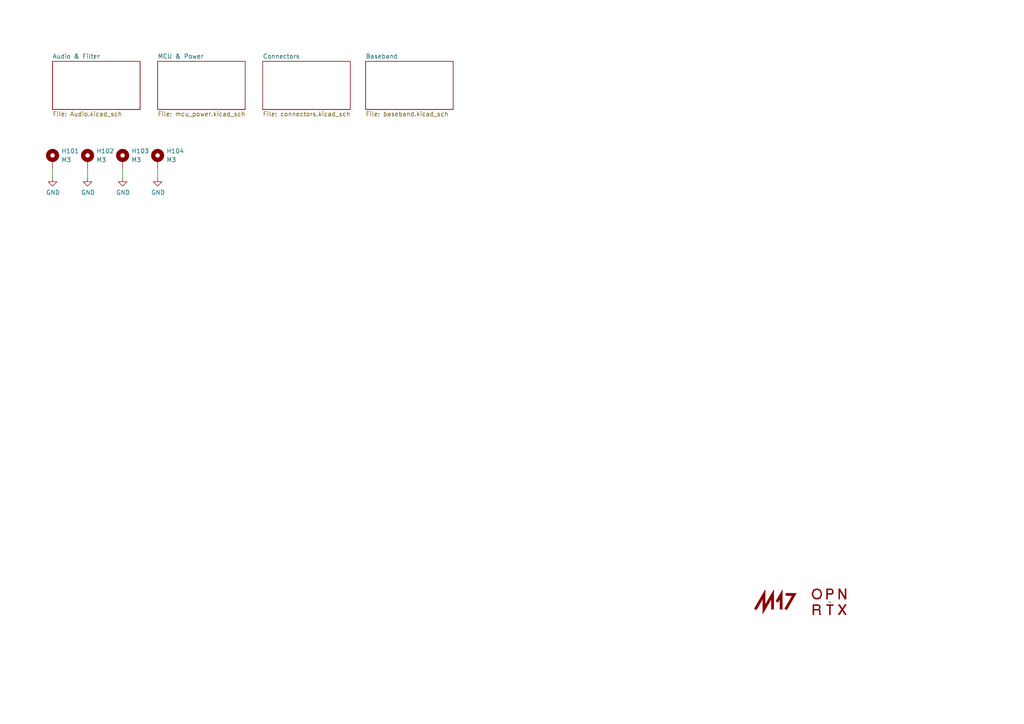
<source format=kicad_sch>
(kicad_sch (version 20230121) (generator eeschema)
  (paper "A4")
  (title_block (title "Module17") (date "2023-12-06") (rev "Rev 0.99") (company "M17Project") (comment 1 "Morgan ON4MOD") (comment 2 "Mathis - DB9MAT") (comment 3 "Wojciech - SP5WWP"))
  (lib_symbols
    (symbol "M17_logos:M17_logo" (in_bom no)
      (symbol "M17_logo_0_0"
        (polyline (pts (xy 2.148 0.4569) (xy 2.148 0.6225) (xy 2.1481 0.8729) (xy 2.1482 1.1182) (xy 2.1485 1.3571) (xy 2.1488 1.5883) (xy 2.1491 1.8106) (xy 2.1495 2.0226) (xy 2.15 2.223) (xy 2.1505 2.4106) (xy 2.1511 2.5841) (xy 2.1517 2.7421) (xy 2.1523 2.8834) (xy 2.153 3.0067) (xy 2.1537 3.1107) (xy 2.1545 3.1941) (xy 2.1552 3.2557) (xy 2.156 3.294) (xy 2.1565 3.309) (xy 2.1583 3.3924) (xy 2.1589 3.4618) (xy 2.1582 3.5146) (xy 2.1562 3.5482) (xy 2.1529 3.56) (xy 2.1524 3.5598) (xy 2.1422 3.5469) (xy 2.1218 3.5159) (xy 2.0928 3.4693) (xy 2.057 3.4099) (xy 2.016 3.3403) (xy 1.9713 3.2634) (xy 1.9496 3.2256) (xy 1.9124 3.1611) (xy 1.8648 3.0783) (xy 1.8077 2.9791) (xy 1.7419 2.8649) (xy 1.6685 2.7375) (xy 1.5884 2.5984) (xy 1.5026 2.4494) (xy 1.412 2.2921) (xy 1.3175 2.1281) (xy 1.2201 1.9591) (xy 1.1208 1.7868) (xy 1.0205 1.6127) (xy 1.008 1.591) (xy 0.9118 1.4239) (xy 0.8191 1.2629) (xy 0.7307 1.1091) (xy 0.6473 0.9638) (xy 0.5696 0.8283) (xy 0.4983 0.7039) (xy 0.4342 0.5918) (xy 0.3779 0.4933) (xy 0.3303 0.4096) (xy 0.2919 0.3421) (xy 0.2637 0.292) (xy 0.2462 0.2605) (xy 0.2402 0.2489) (xy 0.2463 0.2437) (xy 0.2707 0.2277) (xy 0.3105 0.203) (xy 0.3626 0.1715) (xy 0.4237 0.135) (xy 0.4905 0.0955) (xy 0.5598 0.0548) (xy 0.6284 0.015) (xy 0.693 -0.0222) (xy 0.7504 -0.0548) (xy 0.7974 -0.081) (xy 0.8306 -0.0988) (xy 0.8468 -0.1063) (xy 0.8537 -0.0993) (xy 0.8718 -0.0732) (xy 0.8997 -0.0296) (xy 0.9361 0.0292) (xy 0.9796 0.1012) (xy 1.029 0.1844) (xy 1.0831 0.2766) (xy 1.1406 0.3758) (xy 1.4203 0.8615) (xy 1.4234 -0.6264) (xy 1.4265 -2.1143) (xy 1.7872 -2.1143) (xy 2.1479 -2.1143) (xy 2.148 0.4569)) (stroke (width 0.01)) (fill (type outline)))
        (polyline (pts (xy 3.399 -2.2808) (xy 3.4099 -2.2631) (xy 3.4323 -2.2255) (xy 3.4655 -2.169) (xy 3.5092 -2.0944) (xy 3.5626 -2.0028) (xy 3.6253 -1.8951) (xy 3.6968 -1.7722) (xy 3.7764 -1.6351) (xy 3.8636 -1.4848) (xy 3.9578 -1.3221) (xy 4.0586 -1.1481) (xy 4.1653 -0.9638) (xy 4.2774 -0.7699) (xy 4.3944 -0.5676) (xy 4.5157 -0.3577) (xy 4.6407 -0.1413) (xy 4.7689 0.0808) (xy 4.8066 0.1461) (xy 4.9344 0.3677) (xy 5.0592 0.5839) (xy 5.1803 0.7937) (xy 5.2971 0.996) (xy 5.4091 1.19) (xy 5.5157 1.3747) (xy 5.6163 1.5489) (xy 5.7104 1.7119) (xy 5.7974 1.8625) (xy 5.8767 1.9998) (xy 5.9478 2.1229) (xy 6.0101 2.2306) (xy 6.063 2.3221) (xy 6.106 2.3964) (xy 6.1384 2.4524) (xy 6.1598 2.4892) (xy 6.1695 2.5058) (xy 6.1869 2.5364) (xy 6.2022 2.5662) (xy 6.208 2.5822) (xy 6.2004 2.5837) (xy 6.1693 2.5854) (xy 6.1149 2.5869) (xy 6.0377 2.5883) (xy 5.9383 2.5896) (xy 5.8174 2.5907) (xy 5.6755 2.5917) (xy 5.5133 2.5925) (xy 5.3314 2.5931) (xy 5.1303 2.5935) (xy 4.9108 2.5938) (xy 4.6733 2.5939) (xy 3.1385 2.5939) (xy 3.1385 2.2271) (xy 3.1385 1.8603) (xy 4.0481 1.8572) (xy 4.9576 1.854) (xy 4.7593 1.5116) (xy 4.7434 1.4841) (xy 4.7067 1.4207) (xy 4.6592 1.3385) (xy 4.6019 1.2392) (xy 4.5355 1.1243) (xy 4.461 0.9953) (xy 4.3794 0.8539) (xy 4.2915 0.7016) (xy 4.1982 0.54) (xy 4.1004 0.3706) (xy 3.9991 0.195) (xy 3.8951 0.0148) (xy 3.7893 -0.1685) (xy 3.6827 -0.3533) (xy 3.5897 -0.5145) (xy 3.4897 -0.6878) (xy 3.3935 -0.8545) (xy 3.3018 -1.0133) (xy 3.2153 -1.163) (xy 3.1348 -1.3024) (xy 3.0608 -1.4303) (xy 2.9942 -1.5455) (xy 2.9357 -1.6468) (xy 2.8858 -1.7329) (xy 2.8454 -1.8027) (xy 2.815 -1.855) (xy 2.7955 -1.8884) (xy 2.7875 -1.9019) (xy 2.7873 -1.9023) (xy 2.7834 -1.9102) (xy 2.7835 -1.9183) (xy 2.79 -1.9281) (xy 2.8048 -1.9411) (xy 2.8302 -1.9588) (xy 2.8683 -1.9827) (xy 2.9212 -2.0142) (xy 2.991 -2.055) (xy 3.08 -2.1063) (xy 3.1014 -2.1187) (xy 3.1788 -2.1629) (xy 3.2486 -2.2024) (xy 3.3082 -2.2355) (xy 3.3547 -2.2608) (xy 3.3856 -2.2769) (xy 3.398 -2.2821) (xy 3.399 -2.2808)) (stroke (width 0.01)) (fill (type outline)))
        (polyline (pts (xy -3.556 -3.429) (xy -3.5553 -3.428) (xy -3.5432 -3.409) (xy -3.5209 -3.3721) (xy -3.4901 -3.3203) (xy -3.4527 -3.2565) (xy -3.4103 -3.1837) (xy -3.3648 -3.1049) (xy -3.178 -2.7808) (xy -2.9614 -2.405) (xy -2.7569 -2.0503) (xy -2.5644 -1.7165) (xy -2.3839 -1.4035) (xy -2.2154 -1.1113) (xy -2.0587 -0.8398) (xy -1.9139 -0.5889) (xy -1.7808 -0.3584) (xy -1.6595 -0.1484) (xy -1.5499 0.0414) (xy -1.4518 0.2109) (xy -1.3654 0.3604) (xy -1.2904 0.4898) (xy -1.2269 0.5992) (xy -1.1749 0.6888) (xy -1.1341 0.7587) (xy -1.1047 0.8089) (xy -1.0866 0.8395) (xy -1.0796 0.8506) (xy -1.078 0.8409) (xy -1.0764 0.8077) (xy -1.075 0.7518) (xy -1.0736 0.674) (xy -1.0725 0.5754) (xy -1.0714 0.4567) (xy -1.0705 0.3189) (xy -1.0697 0.1628) (xy -1.0691 -0.0106) (xy -1.0687 -0.2005) (xy -1.0684 -0.4059) (xy -1.0683 -0.626) (xy -1.0683 -2.1143) (xy -0.7076 -2.1143) (xy -0.3468 -2.1143) (xy -0.3469 0.732) (xy -0.3469 1.0046) (xy -0.3469 1.2951) (xy -0.3469 1.5629) (xy -0.347 1.8088) (xy -0.3471 2.0338) (xy -0.3472 2.2388) (xy -0.3474 2.4247) (xy -0.3476 2.5924) (xy -0.3479 2.7428) (xy -0.3483 2.8769) (xy -0.3487 2.9955) (xy -0.3493 3.0996) (xy -0.3499 3.19) (xy -0.3506 3.2677) (xy -0.3514 3.3336) (xy -0.3524 3.3887) (xy -0.3535 3.4337) (xy -0.3547 3.4697) (xy -0.356 3.4976) (xy -0.3575 3.5182) (xy -0.3591 3.5324) (xy -0.3609 3.5413) (xy -0.3629 3.5456) (xy -0.365 3.5464) (xy -0.3673 3.5445) (xy -0.3698 3.5408) (xy -0.3725 3.5363) (xy -0.3774 3.5281) (xy -0.3842 3.5166) (xy -0.3934 3.5009) (xy -0.4054 3.4802) (xy -0.4207 3.4538) (xy -0.4398 3.4208) (xy -0.4631 3.3807) (xy -0.491 3.3324) (xy -0.5239 3.2754) (xy -0.5624 3.2088) (xy -0.6069 3.1318) (xy -0.6577 3.0436) (xy -0.7155 2.9436) (xy -0.7805 2.8308) (xy -0.8533 2.7046) (xy -0.9343 2.5642) (xy -1.0239 2.4088) (xy -1.1227 2.2376) (xy -1.2309 2.0499) (xy -1.3492 1.8448) (xy -1.4779 1.6216) (xy -1.6175 1.3796) (xy -1.7683 1.1179) (xy -1.931 0.8358) (xy -2.8354 -0.7328) (xy -2.8416 1.4228) (xy -2.8477 3.5784) (xy -2.9013 3.4866) (xy -2.9051 3.4801) (xy -2.9367 3.4263) (xy -2.9687 3.3718) (xy -2.9947 3.3277) (xy -2.9984 3.3213) (xy -3.0143 3.2939) (xy -3.0415 3.247) (xy -3.0792 3.1817) (xy -3.1268 3.0993) (xy -3.1836 3.0009) (xy -3.2491 2.8876) (xy -3.3225 2.7604) (xy -3.4032 2.6207) (xy -3.4905 2.4694) (xy -3.5838 2.3077) (xy -3.6825 2.1369) (xy -3.7858 1.9578) (xy -3.8931 1.7719) (xy -4.0038 1.58) (xy -4.1172 1.3835) (xy -4.2327 1.1834) (xy -4.3495 0.9809) (xy -4.4671 0.777) (xy -4.5849 0.573) (xy -4.702 0.3699) (xy -4.8179 0.1689) (xy -4.932 -0.0288) (xy -5.0436 -0.2222) (xy -5.152 -0.4101) (xy -5.2565 -0.5914) (xy -5.3566 -0.7649) (xy -5.4515 -0.9296) (xy -5.5406 -1.0842) (xy -5.6233 -1.2276) (xy -5.6989 -1.3588) (xy -5.7257 -1.4052) (xy -5.7857 -1.5097) (xy -5.8413 -1.6069) (xy -5.8915 -1.695) (xy -5.9351 -1.7719) (xy -5.9709 -1.8355) (xy -5.9979 -1.884) (xy -6.0149 -1.9153) (xy -6.0208 -1.9274) (xy -6.0106 -1.9355) (xy -5.9823 -1.9537) (xy -5.9392 -1.9802) (xy -5.8844 -2.013) (xy -5.8213 -2.0502) (xy -5.7529 -2.0901) (xy -5.6827 -2.1307) (xy -5.6138 -2.1702) (xy -5.5494 -2.2067) (xy -5.4928 -2.2383) (xy -5.4473 -2.2632) (xy -5.416 -2.2795) (xy -5.4022 -2.2852) (xy -5.4019 -2.285) (xy -5.393 -2.2717) (xy -5.3727 -2.2385) (xy -5.3416 -2.1866) (xy -5.3005 -2.1171) (xy -5.2501 -2.0313) (xy -5.1909 -1.9302) (xy -5.1237 -1.8152) (xy -5.0492 -1.6872) (xy -4.9681 -1.5475) (xy -4.881 -1.3973) (xy -4.7886 -1.2377) (xy -4.6915 -1.07) (xy -4.5906 -0.8951) (xy -4.4864 -0.7144) (xy -3.5814 0.8561) (xy -3.578 -1.2987) (xy -3.5778 -1.4214) (xy -3.5773 -1.6817) (xy -3.5769 -1.9191) (xy -3.5764 -2.1346) (xy -3.5759 -2.3291) (xy -3.5754 -2.5036) (xy -3.5748 -2.6593) (xy -3.5742 -2.7972) (xy -3.5735 -2.9181) (xy -3.5727 -3.0233) (xy -3.5718 -3.1137) (xy -3.5709 -3.1903) (xy -3.5698 -3.2542) (xy -3.5686 -3.3063) (xy -3.5673 -3.3477) (xy -3.5658 -3.3795) (xy -3.5642 -3.4026) (xy -3.5624 -3.4181) (xy -3.5604 -3.4269) (xy -3.5583 -3.4302) (xy -3.556 -3.429)) (stroke (width 0.01)) (fill (type outline)))
      )
    )
    (symbol "M17_logos:OPN_RTX_logo" (in_bom no)
      (symbol "OPN_RTX_logo_0_0"
        (polyline (pts (xy 0.0455 -3.7221) (xy 0.2108 -3.7194) (xy 0.2133 -2.3744) (xy 0.2158 -1.0293) (xy 0.6353 -1.0293) (xy 1.0548 -1.0293) (xy 1.0548 -0.8665) (xy 1.0548 -0.7036) (xy 0.0479 -0.7036) (xy -0.959 -0.7036) (xy -0.959 -0.8665) (xy -0.959 -1.0293) (xy -0.5394 -1.0293) (xy -0.1199 -1.0293) (xy -0.1199 -2.3771) (xy -0.1199 -3.7248) (xy 0.0455 -3.7221)) (stroke (width 0.01)) (fill (type outline)))
        (polyline (pts (xy -0.6233 1.5176) (xy -0.6233 2.1889) (xy 0.0479 2.1889) (xy 0.7192 2.1889) (xy 0.7192 2.2728) (xy 0.7192 2.3567) (xy 0.8031 2.3567) (xy 0.887 2.3567) (xy 0.887 2.4406) (xy 0.887 2.5245) (xy 0.9709 2.5245) (xy 1.0548 2.5245) (xy 1.0548 2.9391) (xy 1.0548 3.3537) (xy 0.9712 3.3537) (xy 0.8875 3.3537) (xy 0.8848 3.524) (xy 0.8821 3.6943) (xy 0.7171 3.697) (xy 0.5522 3.6997) (xy 0.5493 3.7809) (xy 0.5465 3.8621) (xy -0.2063 3.8646) (xy -0.959 3.8671) (xy -0.959 2.5146) (xy -0.6233 2.5146) (xy -0.6233 3.023) (xy -0.6233 3.5314) (xy -0.036 3.5314) (xy 0.5514 3.5314) (xy 0.5514 3.4475) (xy 0.5514 3.3636) (xy 0.6353 3.3636) (xy 0.7192 3.3636) (xy 0.7192 3.023) (xy 0.7192 2.6824) (xy 0.6353 2.6824) (xy 0.5514 2.6824) (xy 0.5514 2.5985) (xy 0.5514 2.5146) (xy -0.036 2.5146) (xy -0.6233 2.5146) (xy -0.959 2.5146) (xy -0.959 2.3567) (xy -0.959 0.8463) (xy -0.7912 0.8463) (xy -0.6233 0.8463) (xy -0.6233 1.5176)) (stroke (width 0.01)) (fill (type outline)))
        (polyline (pts (xy 2.8934 2.0186) (xy 2.8959 3.1908) (xy 2.9823 3.1937) (xy 3.0687 3.1965) (xy 3.0687 3.0283) (xy 3.0687 2.8601) (xy 3.1526 2.8601) (xy 3.2365 2.8601) (xy 3.2365 2.6923) (xy 3.2365 2.5245) (xy 3.3204 2.5245) (xy 3.4043 2.5245) (xy 3.4043 2.4406) (xy 3.4043 2.3567) (xy 3.4882 2.3567) (xy 3.5721 2.3567) (xy 3.5721 2.1889) (xy 3.5721 2.021) (xy 3.6561 2.021) (xy 3.74 2.021) (xy 3.74 1.8536) (xy 3.74 1.6862) (xy 3.8214 1.6833) (xy 3.9028 1.6805) (xy 3.9057 1.5994) (xy 3.9086 1.5184) (xy 3.9896 1.5155) (xy 4.0707 1.5126) (xy 4.0734 1.3477) (xy 4.0761 1.1827) (xy 4.1573 1.1799) (xy 4.2385 1.177) (xy 4.2412 1.0116) (xy 4.2439 0.8463) (xy 4.4954 0.8463) (xy 4.7469 0.8463) (xy 4.7444 2.3542) (xy 4.7419 3.8621) (xy 4.5766 3.8648) (xy 4.4112 3.8674) (xy 4.4112 2.6876) (xy 4.4112 1.5077) (xy 4.3273 1.5077) (xy 4.2434 1.5077) (xy 4.2434 1.6755) (xy 4.2434 1.8433) (xy 4.1595 1.8433) (xy 4.0756 1.8433) (xy 4.0756 2.0112) (xy 4.0756 2.179) (xy 3.9917 2.179) (xy 3.9078 2.179) (xy 3.9078 2.2629) (xy 3.9078 2.3468) (xy 3.8239 2.3468) (xy 3.74 2.3468) (xy 3.74 2.5142) (xy 3.74 2.6817) (xy 3.6536 2.6845) (xy 3.5672 2.6874) (xy 3.5645 2.8523) (xy 3.5618 3.0173) (xy 3.4806 3.0202) (xy 3.3994 3.023) (xy 3.3965 3.1041) (xy 3.3937 3.1851) (xy 3.3126 3.188) (xy 3.2316 3.1908) (xy 3.2289 3.3558) (xy 3.2262 3.5207) (xy 3.145 3.5236) (xy 3.0637 3.5265) (xy 3.061 3.6968) (xy 3.0583 3.867) (xy 2.8118 3.867) (xy 2.5652 3.867) (xy 2.5652 2.3567) (xy 2.5652 0.8463) (xy 2.7281 0.8463) (xy 2.8909 0.8463) (xy 2.8934 2.0186)) (stroke (width 0.01)) (fill (type outline)))
        (polyline (pts (xy -4.572 -3.048) (xy -4.572 -2.3718) (xy -3.8983 -2.3743) (xy -3.2246 -2.3768) (xy -3.2217 -2.4579) (xy -3.2188 -2.5389) (xy -3.1378 -2.5418) (xy -3.0567 -2.5446) (xy -3.0542 -3.1345) (xy -3.0516 -3.7243) (xy -2.8049 -3.7243) (xy -2.5582 -3.7243) (xy -2.5582 -3.6404) (xy -2.5582 -3.5565) (xy -2.6421 -3.5565) (xy -2.726 -3.5565) (xy -2.726 -2.9695) (xy -2.726 -2.3826) (xy -2.8075 -2.3797) (xy -2.8889 -2.3768) (xy -2.8918 -2.2958) (xy -2.8946 -2.2147) (xy -2.9757 -2.2119) (xy -3.0567 -2.209) (xy -3.0567 -2.1251) (xy -3.0567 -2.0412) (xy -2.9757 -2.0383) (xy -2.8946 -2.0355) (xy -2.8918 -1.9544) (xy -2.8889 -1.8734) (xy -2.8075 -1.8705) (xy -2.726 -1.8676) (xy -2.726 -1.4538) (xy -2.726 -1.04) (xy -2.8075 -1.0371) (xy -2.8889 -1.0343) (xy -2.8918 -0.9531) (xy -2.8946 -0.8719) (xy -3.0596 -0.8692) (xy -3.2246 -0.8665) (xy -3.2274 -0.785) (xy -3.2303 -0.7036) (xy -4.069 -0.7036) (xy -4.9077 -0.7036) (xy -4.9077 -2.0463) (xy -4.572 -2.0463) (xy -4.572 -1.5377) (xy -4.572 -1.0292) (xy -3.8983 -1.0317) (xy -3.2246 -1.0343) (xy -3.2217 -1.1153) (xy -3.2188 -1.1964) (xy -3.1378 -1.1992) (xy -3.0567 -1.2021) (xy -3.0567 -1.5377) (xy -3.0567 -1.8734) (xy -3.1378 -1.8762) (xy -3.2188 -1.8791) (xy -3.2217 -1.9601) (xy -3.2246 -2.0412) (xy -3.8983 -2.0437) (xy -4.572 -2.0463) (xy -4.9077 -2.0463) (xy -4.9077 -2.2074) (xy -4.9077 -2.2649) (xy -4.9076 -2.434) (xy -4.9075 -2.5973) (xy -4.9072 -2.7539) (xy -4.9069 -2.9025) (xy -4.9066 -3.0422) (xy -4.9061 -3.1718) (xy -4.9057 -3.2903) (xy -4.9051 -3.3966) (xy -4.9046 -3.4896) (xy -4.9039 -3.5683) (xy -4.9033 -3.6315) (xy -4.9026 -3.6782) (xy -4.9019 -3.7073) (xy -4.9011 -3.7177) (xy -4.8952 -3.7193) (xy -4.8722 -3.7213) (xy -4.8353 -3.7229) (xy -4.7878 -3.7239) (xy -4.7333 -3.7243) (xy -4.572 -3.7243) (xy -4.572 -3.048)) (stroke (width 0.01)) (fill (type outline)))
        (polyline (pts (xy -3.1406 0.9302) (xy -3.1406 1.0141) (xy -2.9728 1.0141) (xy -2.805 1.0141) (xy -2.805 1.098) (xy -2.805 1.1819) (xy -2.7211 1.1819) (xy -2.6372 1.1819) (xy -2.6372 1.3498) (xy -2.6372 1.5176) (xy -2.5533 1.5176) (xy -2.4694 1.5176) (xy -2.4694 1.6854) (xy -2.4694 1.8532) (xy -2.3855 1.8532) (xy -2.3015 1.8532) (xy -2.3015 2.3517) (xy -2.3015 2.8503) (xy -2.3855 2.8503) (xy -2.4694 2.8503) (xy -2.4694 3.0181) (xy -2.4694 3.1859) (xy -2.5533 3.1859) (xy -2.6372 3.1859) (xy -2.6372 3.3537) (xy -2.6372 3.5215) (xy -2.8046 3.5215) (xy -2.9721 3.5215) (xy -2.9749 3.6079) (xy -2.9778 3.6943) (xy -3.1427 3.697) (xy -3.3077 3.6997) (xy -3.3105 3.7809) (xy -3.3134 3.8621) (xy -3.7305 3.8647) (xy -4.1476 3.8672) (xy -4.1476 3.7832) (xy -4.1476 3.6992) (xy -4.3989 3.6992) (xy -4.6503 3.6992) (xy -4.6531 3.6129) (xy -4.656 3.5265) (xy -4.7372 3.5236) (xy -4.8184 3.5207) (xy -4.8211 3.3558) (xy -4.8238 3.1908) (xy -4.905 3.188) (xy -4.9862 3.1851) (xy -4.9889 3.0202) (xy -4.9915 2.8601) (xy -4.8188 2.8601) (xy -4.7349 2.8601) (xy -4.651 2.8601) (xy -4.651 3.028) (xy -4.651 3.1958) (xy -4.5671 3.1958) (xy -4.4832 3.1958) (xy -4.4832 3.2797) (xy -4.4832 3.3636) (xy -4.3154 3.3636) (xy -4.1476 3.3636) (xy -4.1476 3.4475) (xy -4.1476 3.5314) (xy -3.728 3.5314) (xy -3.3085 3.5314) (xy -3.3085 3.4475) (xy -3.3085 3.3636) (xy -3.1406 3.3636) (xy -2.9728 3.3636) (xy -2.9728 3.2797) (xy -2.9728 3.1958) (xy -2.8889 3.1958) (xy -2.805 3.1958) (xy -2.805 3.028) (xy -2.805 2.8601) (xy -2.7211 2.8601) (xy -2.6372 2.8601) (xy -2.6372 2.3517) (xy -2.6372 1.8433) (xy -2.7211 1.8433) (xy -2.805 1.8433) (xy -2.805 1.6755) (xy -2.805 1.5077) (xy -2.8889 1.5077) (xy -2.9728 1.5077) (xy -2.9728 1.4238) (xy -2.9728 1.3399) (xy -3.1406 1.3399) (xy -3.3085 1.3399) (xy -3.3085 1.256) (xy -3.3085 1.1721) (xy -3.728 1.1721) (xy -4.1476 1.1721) (xy -4.1476 1.256) (xy -4.1476 1.3399) (xy -4.3154 1.3399) (xy -4.4832 1.3399) (xy -4.4832 1.4238) (xy -4.4832 1.5077) (xy -4.5671 1.5077) (xy -4.651 1.5077) (xy -4.651 1.6755) (xy -4.651 1.8433) (xy -4.7349 1.8433) (xy -4.8188 1.8433) (xy -4.8188 2.3517) (xy -4.8188 2.8601) (xy -4.9915 2.8601) (xy -4.9916 2.8552) (xy -5.073 2.8523) (xy -5.1545 2.8495) (xy -5.1545 2.3513) (xy -5.1545 1.8532) (xy -5.0706 1.8532) (xy -4.9867 1.8532) (xy -4.9867 1.6858) (xy -4.9867 1.5184) (xy -4.9052 1.5155) (xy -4.8238 1.5126) (xy -4.8211 1.3477) (xy -4.8184 1.1827) (xy -4.7372 1.1799) (xy -4.656 1.177) (xy -4.6531 1.0958) (xy -4.6502 1.0146) (xy -4.4853 1.0119) (xy -4.3203 1.0092) (xy -4.3174 0.9277) (xy -4.3146 0.8463) (xy -3.7276 0.8463) (xy -3.1406 0.8463) (xy -3.1406 0.9302)) (stroke (width 0.01)) (fill (type outline)))
        (polyline (pts (xy 4.8259 -3.6406) (xy 4.8259 -3.5565) (xy 4.7419 -3.5565) (xy 4.658 -3.5565) (xy 4.658 -3.3887) (xy 4.658 -3.2209) (xy 4.5741 -3.2209) (xy 4.4902 -3.2209) (xy 4.4902 -3.137) (xy 4.4902 -3.053) (xy 4.4063 -3.053) (xy 4.3224 -3.053) (xy 4.3224 -2.8852) (xy 4.3224 -2.7174) (xy 4.2385 -2.7174) (xy 4.1546 -2.7174) (xy 4.1546 -2.6335) (xy 4.1546 -2.5496) (xy 4.0707 -2.5496) (xy 3.9868 -2.5496) (xy 3.9868 -2.3818) (xy 3.9868 -2.2139) (xy 3.9028 -2.2139) (xy 3.8189 -2.2139) (xy 3.8189 -2.1251) (xy 3.8189 -2.0363) (xy 3.9028 -2.0363) (xy 3.9868 -2.0363) (xy 3.9868 -1.9523) (xy 3.9868 -1.8684) (xy 4.0707 -1.8684) (xy 4.1546 -1.8684) (xy 4.1546 -1.7006) (xy 4.1546 -1.5328) (xy 4.2385 -1.5328) (xy 4.3224 -1.5328) (xy 4.3224 -1.4489) (xy 4.3224 -1.365) (xy 4.4063 -1.365) (xy 4.4902 -1.365) (xy 4.4902 -1.1972) (xy 4.4902 -1.0293) (xy 4.5741 -1.0293) (xy 4.658 -1.0293) (xy 4.658 -0.9454) (xy 4.658 -0.8615) (xy 4.7419 -0.8615) (xy 4.8259 -0.8615) (xy 4.8259 -0.7825) (xy 4.8259 -0.7036) (xy 4.5741 -0.7036) (xy 4.3224 -0.7036) (xy 4.3224 -0.7875) (xy 4.3224 -0.8714) (xy 4.2385 -0.8714) (xy 4.1546 -0.8714) (xy 4.1546 -1.0392) (xy 4.1546 -1.207) (xy 4.0707 -1.207) (xy 3.9868 -1.207) (xy 3.9868 -1.3748) (xy 3.9868 -1.5427) (xy 3.9028 -1.5427) (xy 3.8189 -1.5427) (xy 3.8189 -1.6266) (xy 3.8189 -1.7105) (xy 3.6511 -1.7105) (xy 3.4833 -1.7105) (xy 3.4833 -1.6266) (xy 3.4833 -1.5427) (xy 3.3994 -1.5427) (xy 3.3155 -1.5427) (xy 3.3155 -1.3748) (xy 3.3155 -1.207) (xy 3.2316 -1.207) (xy 3.1477 -1.207) (xy 3.1477 -1.1231) (xy 3.1477 -1.0392) (xy 3.0637 -1.0392) (xy 2.9798 -1.0392) (xy 2.9798 -0.8714) (xy 2.9798 -0.7036) (xy 2.7281 -0.7036) (xy 2.4764 -0.7036) (xy 2.4764 -0.7825) (xy 2.4764 -0.8615) (xy 2.5603 -0.8615) (xy 2.6442 -0.8615) (xy 2.6442 -1.0293) (xy 2.6442 -1.1972) (xy 2.7281 -1.1972) (xy 2.812 -1.1972) (xy 2.812 -1.2811) (xy 2.812 -1.365) (xy 2.8959 -1.365) (xy 2.9798 -1.365) (xy 2.9798 -1.5328) (xy 2.9798 -1.7006) (xy 3.0637 -1.7006) (xy 3.1477 -1.7006) (xy 3.1477 -1.7845) (xy 3.1477 -1.8684) (xy 3.2316 -1.8684) (xy 3.3155 -1.8684) (xy 3.3155 -2.1251) (xy 3.3155 -2.3818) (xy 3.2316 -2.3818) (xy 3.1477 -2.3818) (xy 3.1477 -2.5496) (xy 3.1477 -2.7174) (xy 3.0637 -2.7174) (xy 2.9798 -2.7174) (xy 2.9798 -2.8013) (xy 2.9798 -2.8852) (xy 2.8959 -2.8852) (xy 2.812 -2.8852) (xy 2.812 -3.053) (xy 2.812 -3.2209) (xy 2.7281 -3.2209) (xy 2.6442 -3.2209) (xy 2.6442 -3.3048) (xy 2.6442 -3.3887) (xy 2.5603 -3.3887) (xy 2.4764 -3.3887) (xy 2.4764 -3.5565) (xy 2.4764 -3.7243) (xy 2.6442 -3.7243) (xy 2.812 -3.7243) (xy 2.812 -3.6404) (xy 2.812 -3.5565) (xy 2.8955 -3.5565) (xy 2.9791 -3.5565) (xy 2.9819 -3.4701) (xy 2.9848 -3.3837) (xy 3.0662 -3.3809) (xy 3.1477 -3.378) (xy 3.1477 -3.2106) (xy 3.1477 -3.0432) (xy 3.2316 -3.0432) (xy 3.3155 -3.0432) (xy 3.3155 -2.9593) (xy 3.3155 -2.8754) (xy 3.3994 -2.8754) (xy 3.4833 -2.8754) (xy 3.4833 -2.7075) (xy 3.4833 -2.5397) (xy 3.6511 -2.5397) (xy 3.8189 -2.5397) (xy 3.8189 -2.7075) (xy 3.8189 -2.8754) (xy 3.9028 -2.8754) (xy 3.9868 -2.8754) (xy 3.9868 -3.0432) (xy 3.9868 -3.211) (xy 4.0707 -3.211) (xy 4.1546 -3.211) (xy 4.1546 -3.2949) (xy 4.1546 -3.3788) (xy 4.2383 -3.3788) (xy 4.3219 -3.3788) (xy 4.3246 -3.5491) (xy 4.3273 -3.7194) (xy 4.5766 -3.722) (xy 4.8259 -3.7247) (xy 4.8259 -3.6406)) (stroke (width 0.01)) (fill (type outline)))
      )
    )
    (symbol "Mechanical:MountingHole_Pad" (pin_numbers hide) (pin_names (offset 1.016) hide)
      (property "Reference" "H" (at 0 6.35 0))
      (property "Value" "MountingHole_Pad" (at 0 4.445 0))
      (symbol "MountingHole_Pad_0_1"
        (circle (center 0 1.27) (radius 1.27) (stroke (width 1.27)))
      )
      (symbol "MountingHole_Pad_1_1"
        (pin input line (at 0 -2.54 90) (length 2.54) (name "1") (number "1"))
      )
    )
    (symbol "power:GND" (power) (pin_names (offset 0))
      (property "Value" "GND" (at 0 -3.81 0))
      (symbol "GND_0_1"
        (polyline (pts (xy 0 0) (xy 0 -1.27) (xy 1.27 -1.27) (xy 0 -2.54) (xy -1.27 -1.27) (xy 0 -1.27)))
      )
      (symbol "GND_1_1"
        (pin power_in line (at 0 0 270) (length 0) hide (name "GND") (number "1"))
      )
    )
  )
  (wire (pts (xy 45.72 48.895) (xy 45.72 51.435)))
  (wire (pts (xy 25.4 48.895) (xy 25.4 51.435)))
  (wire (pts (xy 15.24 48.895) (xy 15.24 51.435)))
  (wire (pts (xy 35.56 48.895) (xy 35.56 51.435)))
  (symbol (lib_id "power:GND") (at 25.4 51.435 0) (unit 1)
    (property "Reference" "#PWR0102" (effects hide))
    (property "Value" "GND" (at 25.527 55.8292 0))
  )
  (symbol (lib_id "M17_logos:OPN_RTX_logo") (at 240.665 174.625 0) (unit 1) (in_bom no)
    (property "Reference" "U101" (effects hide))
    (property "Value" "~" (at 240.665 174.625 0))
    (property "Footprint" "M17_logos:OPN_RTX_logo_10x7.6mm" (effects hide))
  )
  (symbol (lib_id "power:GND") (at 15.24 51.435 0) (unit 1)
    (property "Reference" "#PWR0101" (effects hide))
    (property "Value" "GND" (at 15.367 55.8292 0))
  )
  (symbol (lib_id "Mechanical:MountingHole_Pad") (at 15.24 46.355 0) (unit 1) (in_bom no)
    (property "Reference" "H101" (at 17.78 43.815 0) (effects (justify left)))
    (property "Value" "M3" (at 17.78 46.355 0) (effects (justify left)))
    (property "Footprint" "MountingHole:MountingHole_2.7mm_M2.5_DIN965_Pad" (effects hide))
  )
  (symbol (lib_id "M17_logos:M17_logo") (at 224.79 174.625 0) (unit 1) (in_bom no)
    (property "Reference" "LOGO101" (effects hide))
    (property "Value" "M17_logo" (effects hide))
    (property "Footprint" "M17_logos:M17_logo_20x11.5mm" (effects hide))
  )
  (symbol (lib_id "power:GND") (at 35.56 51.435 0) (unit 1)
    (property "Reference" "#PWR0103" (effects hide))
    (property "Value" "GND" (at 35.687 55.8292 0))
  )
  (symbol (lib_id "Mechanical:MountingHole_Pad") (at 25.4 46.355 0) (unit 1) (in_bom no)
    (property "Reference" "H102" (at 27.94 43.815 0) (effects (justify left)))
    (property "Value" "M3" (at 27.94 46.355 0) (effects (justify left)))
    (property "Footprint" "MountingHole:MountingHole_2.7mm_M2.5_DIN965_Pad" (effects hide))
  )
  (symbol (lib_id "power:GND") (at 45.72 51.435 0) (unit 1)
    (property "Reference" "#PWR0104" (effects hide))
    (property "Value" "GND" (at 45.847 55.8292 0))
  )
  (symbol (lib_id "Mechanical:MountingHole_Pad") (at 35.56 46.355 0) (unit 1) (in_bom no)
    (property "Reference" "H103" (at 38.1 43.815 0) (effects (justify left)))
    (property "Value" "M3" (at 38.1 46.355 0) (effects (justify left)))
    (property "Footprint" "MountingHole:MountingHole_2.7mm_M2.5_DIN965_Pad" (effects hide))
  )
  (symbol (lib_id "Mechanical:MountingHole_Pad") (at 45.72 46.355 0) (unit 1) (in_bom no)
    (property "Reference" "H104" (at 48.26 43.815 0) (effects (justify left)))
    (property "Value" "M3" (at 48.26 46.355 0) (effects (justify left)))
    (property "Footprint" "MountingHole:MountingHole_2.7mm_M2.5_DIN965_Pad" (effects hide))
  )
  (sheet (at 45.72 17.78) (size 25.4 13.97)
    (property "Sheetname" "MCU & Power" (at 45.72 17.0684 0) (effects (justify left bottom)))
    (property "Sheetfile" "mcu_power.kicad_sch" (at 45.72 32.3346 0) (effects (justify left top)))
  )
  (sheet (at 15.24 17.78) (size 25.4 13.97)
    (property "Sheetname" "Audio & Filter" (at 15.24 17.0684 0) (effects (justify left bottom)))
    (property "Sheetfile" "Audio.kicad_sch" (at 15.24 32.3346 0) (effects (justify left top)))
  )
  (sheet (at 106.045 17.78) (size 25.4 13.97) (stroke (width 0.1524))
    (property "Sheetname" "Baseband" (at 106.045 17.0684 0) (effects (justify left bottom)))
    (property "Sheetfile" "baseband.kicad_sch" (at 106.045 32.3346 0) (effects (justify left top)))
  )
  (sheet (at 76.2 17.78) (size 25.4 13.97) (stroke (width 0.1524))
    (property "Sheetname" "Connectors" (at 76.2 17.0684 0) (effects (justify left bottom)))
    (property "Sheetfile" "connectors.kicad_sch" (at 76.2 32.3346 0) (effects (justify left top)))
  )
)
</source>
